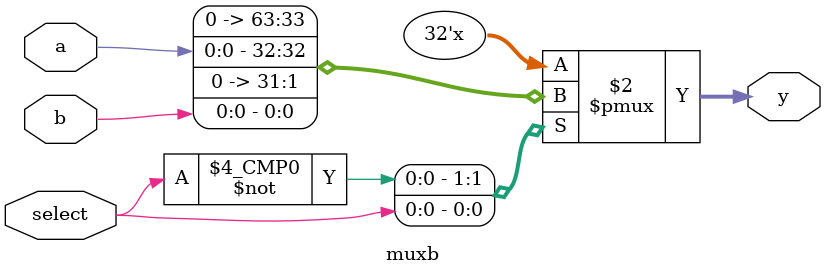
<source format=v>
`timescale 1ns / 1ps

module muxb(select,a,b,y);
input select;
input a,b;
output reg [31:0] y;
always@(select,a,b) begin

case(select)
	1'b0:y=a;
	1'b1:y=b;
endcase
end
endmodule

</source>
